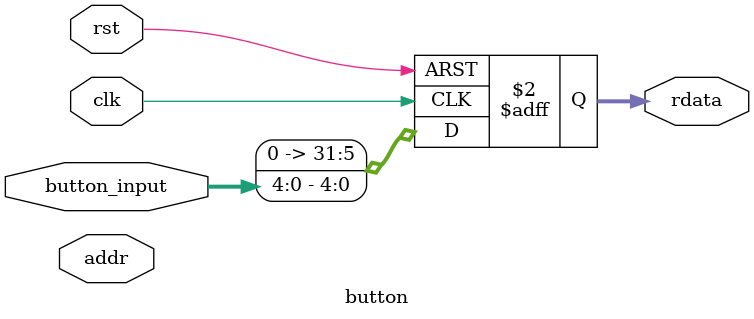
<source format=v>
`timescale 1ns / 1ps

module button(
    input  wire         clk,
    input  wire         rst,
    input  wire [31:0]  addr,          
    input  wire [4:0]   button_input,  // 板上button输入
    output reg  [31:0]  rdata          // 输出到Bridge
);

    always @(posedge clk or posedge rst) begin
        if (rst)
            rdata <= 32'd0;
        else
            rdata <= {27'd0, button_input};
    end

endmodule

</source>
